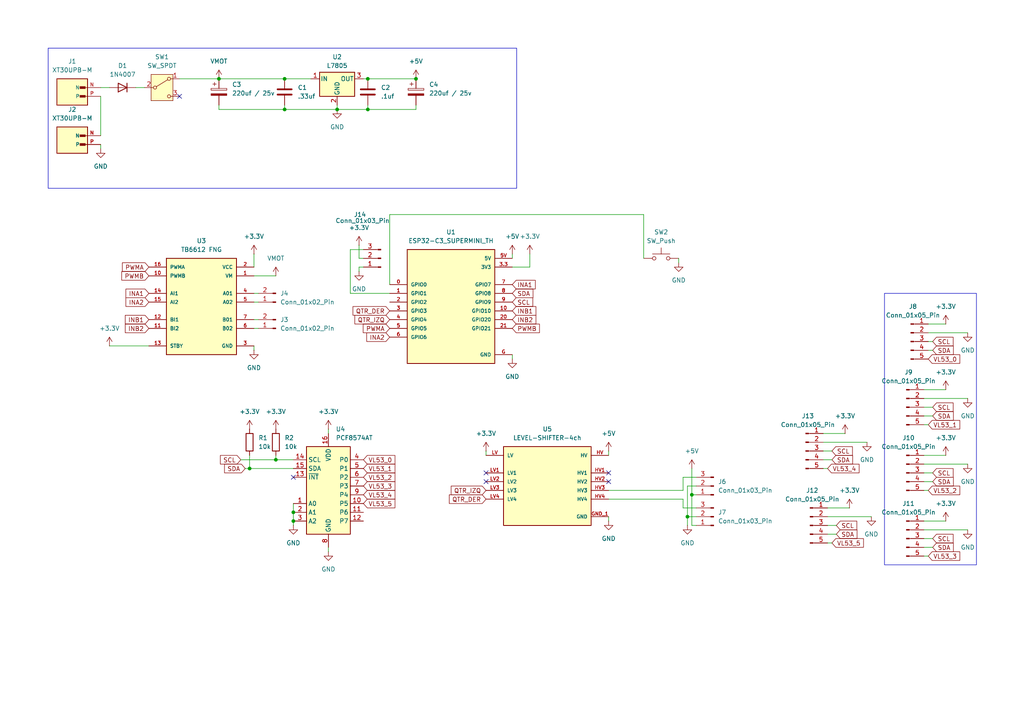
<source format=kicad_sch>
(kicad_sch (version 20250114) (generator "eeschema") (generator_version "9.0")
  (paper "A4")
  (lib_symbols
    (symbol "BOB-12009:BOB-12009" (pin_names (offset 1.016))
      (property "Reference" "U" (at -12.7 11.43 0))
      (property "Value" "BOB-12009" (at -12.7 -15.24 0))
      (symbol "BOB-12009_0_0"
        (rectangle (start -12.7 -12.7) (end 12.7 10.16) (stroke (width 0.254)) (fill (type background)))
        (pin bidirectional line (at -17.78 7.62 0) (length 5.08) (name "LV") (number "LV"))
        (pin bidirectional line (at -17.78 2.54 0) (length 5.08) (name "LV1") (number "LV1"))
        (pin bidirectional line (at -17.78 0 0) (length 5.08) (name "LV2") (number "LV2"))
        (pin bidirectional line (at -17.78 -2.54 0) (length 5.08) (name "LV3") (number "LV3"))
        (pin bidirectional line (at -17.78 -5.08 0) (length 5.08) (name "LV4") (number "LV4"))
        (pin bidirectional line (at 17.78 7.62 180) (length 5.08) (name "HV") (number "HV"))
        (pin bidirectional line (at 17.78 2.54 180) (length 5.08) (name "HV1") (number "HV1"))
        (pin bidirectional line (at 17.78 0 180) (length 5.08) (name "HV2") (number "HV2"))
        (pin bidirectional line (at 17.78 -2.54 180) (length 5.08) (name "HV3") (number "HV3"))
        (pin bidirectional line (at 17.78 -5.08 180) (length 5.08) (name "HV4") (number "HV4"))
        (pin power_in line (at 17.78 -10.16 180) (length 5.08) (name "GND") (number "GND_1"))
        (pin power_in line (at 17.78 -10.16 180) (length 5.08) (hide yes) (name "GND") (number "GND_2"))
      )
    )
    (symbol "Connector:Conn_01x02_Pin" (pin_names (offset 1.016) (hide yes))
      (property "Reference" "J" (at 0 2.54 0))
      (property "Value" "Conn_01x02_Pin" (at 0 -5.08 0))
      (symbol "Conn_01x02_Pin_1_1"
        (rectangle (start 0.8636 0.127) (end 0 -0.127) (stroke (width 0.1524)) (fill (type outline)))
        (rectangle (start 0.8636 -2.413) (end 0 -2.667) (stroke (width 0.1524)) (fill (type outline)))
        (polyline (pts (xy 1.27 0) (xy 0.8636 0)) (stroke (width 0.1524)))
        (polyline (pts (xy 1.27 -2.54) (xy 0.8636 -2.54)) (stroke (width 0.1524)))
        (pin passive line (at 5.08 0 180) (length 3.81) (name "Pin_1") (number "1"))
        (pin passive line (at 5.08 -2.54 180) (length 3.81) (name "Pin_2") (number "2"))
      )
    )
    (symbol "Connector:Conn_01x03_Pin" (pin_names (offset 1.016) (hide yes))
      (property "Reference" "J" (at 0 5.08 0))
      (property "Value" "Conn_01x03_Pin" (at 0 -5.08 0))
      (symbol "Conn_01x03_Pin_1_1"
        (rectangle (start 0.8636 2.667) (end 0 2.413) (stroke (width 0.1524)) (fill (type outline)))
        (rectangle (start 0.8636 0.127) (end 0 -0.127) (stroke (width 0.1524)) (fill (type outline)))
        (rectangle (start 0.8636 -2.413) (end 0 -2.667) (stroke (width 0.1524)) (fill (type outline)))
        (polyline (pts (xy 1.27 2.54) (xy 0.8636 2.54)) (stroke (width 0.1524)))
        (polyline (pts (xy 1.27 0) (xy 0.8636 0)) (stroke (width 0.1524)))
        (polyline (pts (xy 1.27 -2.54) (xy 0.8636 -2.54)) (stroke (width 0.1524)))
        (pin passive line (at 5.08 2.54 180) (length 3.81) (name "Pin_1") (number "1"))
        (pin passive line (at 5.08 0 180) (length 3.81) (name "Pin_2") (number "2"))
        (pin passive line (at 5.08 -2.54 180) (length 3.81) (name "Pin_3") (number "3"))
      )
    )
    (symbol "Connector:Conn_01x05_Pin" (pin_names (offset 1.016) (hide yes))
      (property "Reference" "J" (at 0 7.62 0))
      (property "Value" "Conn_01x05_Pin" (at 0 -7.62 0))
      (symbol "Conn_01x05_Pin_1_1"
        (rectangle (start 0.8636 5.207) (end 0 4.953) (stroke (width 0.1524)) (fill (type outline)))
        (rectangle (start 0.8636 2.667) (end 0 2.413) (stroke (width 0.1524)) (fill (type outline)))
        (rectangle (start 0.8636 0.127) (end 0 -0.127) (stroke (width 0.1524)) (fill (type outline)))
        (rectangle (start 0.8636 -2.413) (end 0 -2.667) (stroke (width 0.1524)) (fill (type outline)))
        (rectangle (start 0.8636 -4.953) (end 0 -5.207) (stroke (width 0.1524)) (fill (type outline)))
        (polyline (pts (xy 1.27 5.08) (xy 0.8636 5.08)) (stroke (width 0.1524)))
        (polyline (pts (xy 1.27 2.54) (xy 0.8636 2.54)) (stroke (width 0.1524)))
        (polyline (pts (xy 1.27 0) (xy 0.8636 0)) (stroke (width 0.1524)))
        (polyline (pts (xy 1.27 -2.54) (xy 0.8636 -2.54)) (stroke (width 0.1524)))
        (polyline (pts (xy 1.27 -5.08) (xy 0.8636 -5.08)) (stroke (width 0.1524)))
        (pin passive line (at 5.08 5.08 180) (length 3.81) (name "Pin_1") (number "1"))
        (pin passive line (at 5.08 2.54 180) (length 3.81) (name "Pin_2") (number "2"))
        (pin passive line (at 5.08 0 180) (length 3.81) (name "Pin_3") (number "3"))
        (pin passive line (at 5.08 -2.54 180) (length 3.81) (name "Pin_4") (number "4"))
        (pin passive line (at 5.08 -5.08 180) (length 3.81) (name "Pin_5") (number "5"))
      )
    )
    (symbol "Device:C" (pin_numbers (hide yes)) (pin_names (offset 0.254))
      (property "Reference" "C" (at 0.635 2.54 0))
      (property "Value" "C" (at 0.635 -2.54 0))
      (symbol "C_0_1"
        (polyline (pts (xy -2.032 0.762) (xy 2.032 0.762)) (stroke (width 0.508)))
        (polyline (pts (xy -2.032 -0.762) (xy 2.032 -0.762)) (stroke (width 0.508)))
      )
      (symbol "C_1_1"
        (pin passive line (at 0 3.81 270) (length 2.794) (name "~") (number "1"))
        (pin passive line (at 0 -3.81 90) (length 2.794) (name "~") (number "2"))
      )
    )
    (symbol "Device:C_Polarized" (pin_numbers (hide yes)) (pin_names (offset 0.254))
      (property "Reference" "C" (at 0.635 2.54 0))
      (property "Value" "C_Polarized" (at 0.635 -2.54 0))
      (symbol "C_Polarized_0_1"
        (rectangle (start -2.286 0.508) (end 2.286 1.016))
        (polyline (pts (xy -1.778 2.286) (xy -0.762 2.286)))
        (polyline (pts (xy -1.27 2.794) (xy -1.27 1.778)))
        (rectangle (start 2.286 -0.508) (end -2.286 -1.016) (fill (type outline)))
      )
      (symbol "C_Polarized_1_1"
        (pin passive line (at 0 3.81 270) (length 2.794) (name "~") (number "1"))
        (pin passive line (at 0 -3.81 90) (length 2.794) (name "~") (number "2"))
      )
    )
    (symbol "Device:R" (pin_numbers (hide yes)) (pin_names (offset 0))
      (property "Reference" "R" (at 2.032 0 90))
      (property "Value" "R" (at 0 0 90))
      (symbol "R_0_1"
        (rectangle (start -1.016 -2.54) (end 1.016 2.54) (stroke (width 0.254)))
      )
      (symbol "R_1_1"
        (pin passive line (at 0 3.81 270) (length 1.27) (name "~") (number "1"))
        (pin passive line (at 0 -3.81 90) (length 1.27) (name "~") (number "2"))
      )
    )
    (symbol "Diode:1N4007" (pin_numbers (hide yes)) (pin_names (hide yes))
      (property "Reference" "D" (at 0 2.54 0))
      (property "Value" "1N4007" (at 0 -2.54 0))
      (symbol "1N4007_0_1"
        (polyline (pts (xy -1.27 1.27) (xy -1.27 -1.27)) (stroke (width 0.254)))
        (polyline (pts (xy 1.27 1.27) (xy 1.27 -1.27) (xy -1.27 0) (xy 1.27 1.27)) (stroke (width 0.254)))
        (polyline (pts (xy 1.27 0) (xy -1.27 0)))
      )
      (symbol "1N4007_1_1"
        (pin passive line (at -3.81 0 0) (length 2.54) (name "K") (number "1"))
        (pin passive line (at 3.81 0 180) (length 2.54) (name "A") (number "2"))
      )
    )
    (symbol "ESP32-C3_SUPERMINI_TH:ESP32-C3_SUPERMINI_TH" (pin_names (offset 1.016))
      (property "Reference" "U" (at -12.7 16.002 0))
      (property "Value" "ESP32-C3_SUPERMINI_TH" (at -12.7 -20.32 0))
      (symbol "ESP32-C3_SUPERMINI_TH_0_0"
        (rectangle (start -12.7 -17.78) (end 12.7 15.24) (stroke (width 0.254)) (fill (type background)))
        (pin bidirectional line (at -17.78 5.08 0) (length 5.08) (name "GPIO0") (number "0"))
        (pin bidirectional line (at -17.78 2.54 0) (length 5.08) (name "GPIO1") (number "1"))
        (pin bidirectional line (at -17.78 0 0) (length 5.08) (name "GPIO2") (number "2"))
        (pin bidirectional line (at -17.78 -2.54 0) (length 5.08) (name "GPIO3") (number "3"))
        (pin bidirectional line (at -17.78 -5.08 0) (length 5.08) (name "GPIO4") (number "4"))
        (pin bidirectional line (at -17.78 -7.62 0) (length 5.08) (name "GPIO5") (number "5"))
        (pin bidirectional line (at -17.78 -10.16 0) (length 5.08) (name "GPIO6") (number "6"))
        (pin power_in line (at 17.78 12.7 180) (length 5.08) (name "5V") (number "5V"))
        (pin power_in line (at 17.78 10.16 180) (length 5.08) (name "3V3") (number "3.3"))
        (pin bidirectional line (at 17.78 5.08 180) (length 5.08) (name "GPIO7") (number "7"))
        (pin bidirectional line (at 17.78 2.54 180) (length 5.08) (name "GPIO8") (number "8"))
        (pin bidirectional line (at 17.78 0 180) (length 5.08) (name "GPIO9") (number "9"))
        (pin bidirectional line (at 17.78 -2.54 180) (length 5.08) (name "GPIO10") (number "10"))
        (pin bidirectional line (at 17.78 -5.08 180) (length 5.08) (name "GPIO20") (number "20"))
        (pin bidirectional line (at 17.78 -7.62 180) (length 5.08) (name "GPIO21") (number "21"))
        (pin power_in line (at 17.78 -15.24 180) (length 5.08) (name "GND") (number "G"))
      )
    )
    (symbol "Interface_Expansion:PCF8574AT"
      (property "Reference" "U" (at -6.35 12.954 0))
      (property "Value" "PCF8574AT" (at 3.048 12.954 0))
      (symbol "PCF8574AT_0_1"
        (rectangle (start -6.35 -13.97) (end 6.35 11.43) (stroke (width 0.254)) (fill (type background)))
      )
      (symbol "PCF8574AT_1_1"
        (pin input line (at -10.16 7.62 0) (length 3.81) (name "SCL") (number "14"))
        (pin bidirectional line (at -10.16 5.08 0) (length 3.81) (name "SDA") (number "15"))
        (pin open_collector line (at -10.16 2.54 0) (length 3.81) (name "~{INT}") (number "13"))
        (pin input line (at -10.16 -5.08 0) (length 3.81) (name "A0") (number "1"))
        (pin input line (at -10.16 -7.62 0) (length 3.81) (name "A1") (number "2"))
        (pin input line (at -10.16 -10.16 0) (length 3.81) (name "A2") (number "3"))
        (pin power_in line (at 0 15.24 270) (length 3.81) (name "VDD") (number "16"))
        (pin power_in line (at 0 -17.78 90) (length 3.81) (name "GND") (number "8"))
        (pin bidirectional line (at 10.16 7.62 180) (length 3.81) (name "P0") (number "4"))
        (pin bidirectional line (at 10.16 5.08 180) (length 3.81) (name "P1") (number "5"))
        (pin bidirectional line (at 10.16 2.54 180) (length 3.81) (name "P2") (number "6"))
        (pin bidirectional line (at 10.16 0 180) (length 3.81) (name "P3") (number "7"))
        (pin bidirectional line (at 10.16 -2.54 180) (length 3.81) (name "P4") (number "9"))
        (pin bidirectional line (at 10.16 -5.08 180) (length 3.81) (name "P5") (number "10"))
        (pin bidirectional line (at 10.16 -7.62 180) (length 3.81) (name "P6") (number "11"))
        (pin bidirectional line (at 10.16 -10.16 180) (length 3.81) (name "P7") (number "12"))
      )
    )
    (symbol "ROB-14450:ROB-14450" (pin_names (offset 1.016))
      (property "Reference" "U" (at -10.16 16.002 0))
      (property "Value" "ROB-14450" (at -10.16 -15.24 0))
      (symbol "ROB-14450_0_0"
        (rectangle (start -10.16 -12.7) (end 10.16 15.24) (stroke (width 0.254)) (fill (type background)))
        (pin input line (at -15.24 12.7 0) (length 5.08) (name "PWMA") (number "16"))
        (pin input line (at -15.24 10.16 0) (length 5.08) (name "PWMB") (number "10"))
        (pin input line (at -15.24 5.08 0) (length 5.08) (name "AI1") (number "14"))
        (pin input line (at -15.24 2.54 0) (length 5.08) (name "AI2") (number "15"))
        (pin input line (at -15.24 -2.54 0) (length 5.08) (name "BI1") (number "12"))
        (pin input line (at -15.24 -5.08 0) (length 5.08) (name "BI2") (number "11"))
        (pin input line (at -15.24 -10.16 0) (length 5.08) (name "STBY") (number "13"))
        (pin power_in line (at 15.24 12.7 180) (length 5.08) (name "VCC") (number "2"))
        (pin power_in line (at 15.24 10.16 180) (length 5.08) (name "VM") (number "1"))
        (pin output line (at 15.24 5.08 180) (length 5.08) (name "A01") (number "4"))
        (pin output line (at 15.24 2.54 180) (length 5.08) (name "A02") (number "5"))
        (pin output line (at 15.24 -2.54 180) (length 5.08) (name "B01") (number "7"))
        (pin output line (at 15.24 -5.08 180) (length 5.08) (name "B02") (number "6"))
        (pin power_in line (at 15.24 -10.16 180) (length 5.08) (name "GND") (number "3"))
        (pin power_in line (at 15.24 -10.16 180) (length 5.08) (hide yes) (name "GND") (number "8"))
        (pin power_in line (at 15.24 -10.16 180) (length 5.08) (hide yes) (name "GND") (number "9"))
      )
    )
    (symbol "Regulator_Linear:L7805" (pin_names (offset 0.254))
      (property "Reference" "U" (at -3.81 3.175 0))
      (property "Value" "L7805" (at 0 3.175 0))
      (symbol "L7805_0_1"
        (rectangle (start -5.08 1.905) (end 5.08 -5.08) (stroke (width 0.254)) (fill (type background)))
      )
      (symbol "L7805_1_1"
        (pin power_in line (at -7.62 0 0) (length 2.54) (name "IN") (number "1"))
        (pin power_in line (at 0 -7.62 90) (length 2.54) (name "GND") (number "2"))
        (pin power_out line (at 7.62 0 180) (length 2.54) (name "OUT") (number "3"))
      )
    )
    (symbol "Switch:SW_Push" (pin_numbers (hide yes)) (pin_names (offset 1.016) (hide yes))
      (property "Reference" "SW" (at 1.27 2.54 0))
      (property "Value" "SW_Push" (at 0 -1.524 0))
      (symbol "SW_Push_0_1"
        (circle (center -2.032 0) (radius 0.508))
        (polyline (pts (xy 0 1.27) (xy 0 3.048)))
        (circle (center 2.032 0) (radius 0.508))
        (polyline (pts (xy 2.54 1.27) (xy -2.54 1.27)))
        (pin passive line (at -5.08 0 0) (length 2.54) (name "1") (number "1"))
        (pin passive line (at 5.08 0 180) (length 2.54) (name "2") (number "2"))
      )
    )
    (symbol "Switch:SW_SPDT" (pin_names (offset 0) (hide yes))
      (property "Reference" "SW" (at 0 5.08 0))
      (property "Value" "SW_SPDT" (at 0 -5.08 0))
      (symbol "SW_SPDT_0_1"
        (circle (center -2.032 0) (radius 0.4572))
        (polyline (pts (xy -1.651 0.254) (xy 1.651 2.286)))
        (circle (center 2.032 2.54) (radius 0.4572))
        (circle (center 2.032 -2.54) (radius 0.4572))
      )
      (symbol "SW_SPDT_1_1"
        (rectangle (start -3.175 3.81) (end 3.175 -3.81) (fill (type background)))
        (pin passive line (at -5.08 0 0) (length 2.54) (name "B") (number "2"))
        (pin passive line (at 5.08 2.54 180) (length 2.54) (name "A") (number "1"))
        (pin passive line (at 5.08 -2.54 180) (length 2.54) (name "C") (number "3"))
      )
    )
    (symbol "XT30UPB-M:XT30UPB-M" (pin_names (offset 1.016))
      (property "Reference" "J" (at -3.81 3.81 0))
      (property "Value" "XT30UPB-M" (at -4.064 -7.874 0))
      (symbol "XT30UPB-M_0_0"
        (rectangle (start -3.81 -5.08) (end 5.08 2.54) (stroke (width 0.254)) (fill (type background)))
        (rectangle (start -3.175 -0.3175) (end -1.5875 0.3175) (stroke (width 0.1)) (fill (type outline)))
        (rectangle (start -3.175 -2.8575) (end -1.5875 -2.2225) (stroke (width 0.1)) (fill (type outline)))
        (pin passive line (at -7.62 0 0) (length 5.08) (name "P") (number "P"))
        (pin passive line (at -7.62 -2.54 0) (length 5.08) (name "N") (number "N"))
      )
    )
    (symbol "power:+3.3V" (power) (pin_numbers (hide yes)) (pin_names (offset 0) (hide yes))
      (property "Value" "+3.3V" (at 0 3.556 0))
      (symbol "+3.3V_0_1"
        (polyline (pts (xy -0.762 1.27) (xy 0 2.54)))
        (polyline (pts (xy 0 2.54) (xy 0.762 1.27)))
        (polyline (pts (xy 0 0) (xy 0 2.54)))
      )
      (symbol "+3.3V_1_1"
        (pin power_in line (at 0 0 90) (length 0) (name "~") (number "1"))
      )
    )
    (symbol "power:+5V" (power) (pin_numbers (hide yes)) (pin_names (offset 0) (hide yes))
      (property "Value" "+5V" (at 0 3.556 0))
      (symbol "+5V_0_1"
        (polyline (pts (xy -0.762 1.27) (xy 0 2.54)))
        (polyline (pts (xy 0 2.54) (xy 0.762 1.27)))
        (polyline (pts (xy 0 0) (xy 0 2.54)))
      )
      (symbol "+5V_1_1"
        (pin power_in line (at 0 0 90) (length 0) (name "~") (number "1"))
      )
    )
    (symbol "power:GND" (power) (pin_numbers (hide yes)) (pin_names (offset 0) (hide yes))
      (property "Value" "GND" (at 0 -3.81 0))
      (symbol "GND_0_1"
        (polyline (pts (xy 0 0) (xy 0 -1.27) (xy 1.27 -1.27) (xy 0 -2.54) (xy -1.27 -1.27) (xy 0 -1.27)))
      )
      (symbol "GND_1_1"
        (pin power_in line (at 0 0 270) (length 0) (name "~") (number "1"))
      )
    )
    (symbol "power:VCC" (power) (pin_numbers (hide yes)) (pin_names (offset 0) (hide yes))
      (property "Value" "VCC" (at 0 3.556 0))
      (symbol "VCC_0_1"
        (polyline (pts (xy -0.762 1.27) (xy 0 2.54)))
        (polyline (pts (xy 0 2.54) (xy 0.762 1.27)))
        (polyline (pts (xy 0 0) (xy 0 2.54)))
      )
      (symbol "VCC_1_1"
        (pin power_in line (at 0 0 90) (length 0) (name "~") (number "1"))
      )
    )
  )
  (rectangle (start 256.54 85.09) (end 283.21 163.83))
  (rectangle (start 13.97 13.97) (end 149.86 54.61))
  (junction (at 63.5 22.86))
  (junction (at 106.68 31.75))
  (junction (at 72.39 135.89))
  (junction (at 85.09 148.59))
  (junction (at 120.65 22.86))
  (junction (at 97.79 31.75))
  (junction (at 106.68 22.86))
  (junction (at 85.09 151.13))
  (junction (at 80.01 133.35))
  (junction (at 82.55 31.75))
  (junction (at 82.55 22.86))
  (junction (at 200.66 143.51))
  (junction (at 199.39 149.86))
  (no_connect (at 176.53 139.7))
  (no_connect (at 52.07 27.94))
  (no_connect (at 140.97 137.16))
  (no_connect (at 85.09 138.43))
  (no_connect (at 140.97 139.7))
  (no_connect (at 176.53 137.16))
  (wire (pts (xy 200.66 152.4) (xy 201.93 152.4)))
  (wire (pts (xy 63.5 22.86) (xy 82.55 22.86)))
  (wire (pts (xy 270.51 158.75) (xy 267.97 158.75)))
  (wire (pts (xy 85.09 152.4) (xy 85.09 151.13)))
  (wire (pts (xy 90.17 22.86) (xy 82.55 22.86)))
  (wire (pts (xy 242.57 154.94) (xy 240.03 154.94)))
  (wire (pts (xy 101.6 85.09) (xy 113.03 85.09)))
  (wire (pts (xy 52.07 22.86) (xy 63.5 22.86)))
  (wire (pts (xy 176.53 130.81) (xy 176.53 132.08)))
  (wire (pts (xy 74.93 85.09) (xy 73.66 85.09)))
  (wire (pts (xy 270.51 120.65) (xy 267.97 120.65)))
  (wire (pts (xy 200.66 143.51) (xy 201.93 143.51)))
  (wire (pts (xy 274.32 113.03) (xy 267.97 113.03)))
  (wire (pts (xy 153.67 77.47) (xy 148.59 77.47)))
  (wire (pts (xy 270.51 137.16) (xy 267.97 137.16)))
  (wire (pts (xy 95.25 160.02) (xy 95.25 158.75)))
  (wire (pts (xy 200.66 135.89) (xy 200.66 143.51)))
  (wire (pts (xy 85.09 146.05) (xy 85.09 148.59)))
  (wire (pts (xy 280.67 115.57) (xy 267.97 115.57)))
  (wire (pts (xy 270.51 139.7) (xy 267.97 139.7)))
  (wire (pts (xy 198.12 147.32) (xy 198.12 144.78)))
  (wire (pts (xy 238.76 135.89) (xy 240.03 135.89)))
  (wire (pts (xy 274.32 132.08) (xy 267.97 132.08)))
  (wire (pts (xy 280.67 96.52) (xy 269.24 96.52)))
  (wire (pts (xy 73.66 101.6) (xy 73.66 100.33)))
  (wire (pts (xy 113.03 82.55) (xy 113.03 62.23)))
  (wire (pts (xy 201.93 147.32) (xy 198.12 147.32)))
  (wire (pts (xy 101.6 72.39) (xy 101.6 85.09)))
  (wire (pts (xy 106.68 31.75) (xy 106.68 30.48)))
  (wire (pts (xy 69.85 133.35) (xy 80.01 133.35)))
  (wire (pts (xy 80.01 80.01) (xy 73.66 80.01)))
  (wire (pts (xy 104.14 77.47) (xy 105.41 77.47)))
  (wire (pts (xy 82.55 31.75) (xy 97.79 31.75)))
  (wire (pts (xy 270.51 99.06) (xy 269.24 99.06)))
  (wire (pts (xy 85.09 148.59) (xy 85.09 151.13)))
  (wire (pts (xy 148.59 74.93) (xy 148.59 73.66)))
  (wire (pts (xy 252.73 149.86) (xy 240.03 149.86)))
  (wire (pts (xy 241.3 130.81) (xy 238.76 130.81)))
  (wire (pts (xy 140.97 130.81) (xy 140.97 132.08)))
  (wire (pts (xy 97.79 31.75) (xy 97.79 30.48)))
  (wire (pts (xy 176.53 151.13) (xy 176.53 149.86)))
  (wire (pts (xy 104.14 71.12) (xy 104.14 74.93)))
  (wire (pts (xy 267.97 142.24) (xy 269.24 142.24)))
  (wire (pts (xy 274.32 151.13) (xy 267.97 151.13)))
  (wire (pts (xy 74.93 95.25) (xy 73.66 95.25)))
  (wire (pts (xy 31.75 100.33) (xy 43.18 100.33)))
  (wire (pts (xy 113.03 62.23) (xy 186.69 62.23)))
  (wire (pts (xy 63.5 31.75) (xy 82.55 31.75)))
  (wire (pts (xy 120.65 22.86) (xy 106.68 22.86)))
  (wire (pts (xy 199.39 140.97) (xy 201.93 140.97)))
  (wire (pts (xy 176.53 142.24) (xy 198.12 142.24)))
  (wire (pts (xy 280.67 153.67) (xy 267.97 153.67)))
  (wire (pts (xy 267.97 123.19) (xy 269.24 123.19)))
  (wire (pts (xy 72.39 135.89) (xy 72.39 132.08)))
  (wire (pts (xy 242.57 152.4) (xy 240.03 152.4)))
  (wire (pts (xy 148.59 102.87) (xy 148.59 104.14)))
  (wire (pts (xy 186.69 62.23) (xy 186.69 74.93)))
  (wire (pts (xy 74.93 87.63) (xy 73.66 87.63)))
  (wire (pts (xy 270.51 156.21) (xy 267.97 156.21)))
  (wire (pts (xy 29.21 27.94) (xy 29.21 39.37)))
  (wire (pts (xy 80.01 132.08) (xy 80.01 133.35)))
  (wire (pts (xy 270.51 101.6) (xy 269.24 101.6)))
  (wire (pts (xy 240.03 157.48) (xy 241.3 157.48)))
  (wire (pts (xy 95.25 124.46) (xy 95.25 125.73)))
  (wire (pts (xy 74.93 92.71) (xy 73.66 92.71)))
  (wire (pts (xy 246.38 147.32) (xy 240.03 147.32)))
  (wire (pts (xy 104.14 77.47) (xy 104.14 78.74)))
  (wire (pts (xy 106.68 22.86) (xy 105.41 22.86)))
  (wire (pts (xy 153.67 73.66) (xy 153.67 77.47)))
  (wire (pts (xy 199.39 149.86) (xy 199.39 140.97)))
  (wire (pts (xy 97.79 31.75) (xy 106.68 31.75)))
  (wire (pts (xy 199.39 152.4) (xy 199.39 149.86)))
  (wire (pts (xy 251.46 128.27) (xy 238.76 128.27)))
  (wire (pts (xy 245.11 125.73) (xy 238.76 125.73)))
  (wire (pts (xy 71.12 135.89) (xy 72.39 135.89)))
  (wire (pts (xy 270.51 118.11) (xy 267.97 118.11)))
  (wire (pts (xy 73.66 73.66) (xy 73.66 77.47)))
  (wire (pts (xy 280.67 134.62) (xy 267.97 134.62)))
  (wire (pts (xy 29.21 41.91) (xy 29.21 43.18)))
  (wire (pts (xy 120.65 31.75) (xy 120.65 30.48)))
  (wire (pts (xy 105.41 72.39) (xy 101.6 72.39)))
  (wire (pts (xy 267.97 161.29) (xy 269.24 161.29)))
  (wire (pts (xy 63.5 30.48) (xy 63.5 31.75)))
  (wire (pts (xy 199.39 149.86) (xy 201.93 149.86)))
  (wire (pts (xy 72.39 135.89) (xy 85.09 135.89)))
  (wire (pts (xy 106.68 31.75) (xy 120.65 31.75)))
  (wire (pts (xy 274.32 93.98) (xy 269.24 93.98)))
  (wire (pts (xy 200.66 143.51) (xy 200.66 152.4)))
  (wire (pts (xy 41.91 25.4) (xy 39.37 25.4)))
  (wire (pts (xy 198.12 142.24) (xy 198.12 138.43)))
  (wire (pts (xy 82.55 31.75) (xy 82.55 30.48)))
  (wire (pts (xy 241.3 133.35) (xy 238.76 133.35)))
  (wire (pts (xy 104.14 74.93) (xy 105.41 74.93)))
  (wire (pts (xy 196.85 76.2) (xy 196.85 74.93)))
  (wire (pts (xy 29.21 25.4) (xy 31.75 25.4)))
  (wire (pts (xy 80.01 133.35) (xy 85.09 133.35)))
  (wire (pts (xy 198.12 144.78) (xy 176.53 144.78)))
  (wire (pts (xy 198.12 138.43) (xy 201.93 138.43)))
  (global_label "SDA" (shape input) (at 270.51 139.7 0) (property "Intersheetrefs" "${INTERSHEET_REFS}" (effects (hide yes))))
  (global_label "SCL" (shape input) (at 69.85 133.35 180) (property "Intersheetrefs" "${INTERSHEET_REFS}" (effects (hide yes))))
  (global_label "INA1" (shape input) (at 43.18 85.09 180) (property "Intersheetrefs" "${INTERSHEET_REFS}" (effects (hide yes))))
  (global_label "VL53_4" (shape input) (at 240.03 135.89 0) (property "Intersheetrefs" "${INTERSHEET_REFS}" (effects (hide yes))))
  (global_label "PWMA" (shape input) (at 43.18 77.47 180) (property "Intersheetrefs" "${INTERSHEET_REFS}" (effects (hide yes))))
  (global_label "VL53_3" (shape input) (at 105.41 140.97 0) (property "Intersheetrefs" "${INTERSHEET_REFS}" (effects (hide yes))))
  (global_label "QTR_DER" (shape input) (at 113.03 90.17 180) (property "Intersheetrefs" "${INTERSHEET_REFS}" (effects (hide yes))))
  (global_label "SDA" (shape input) (at 270.51 158.75 0) (property "Intersheetrefs" "${INTERSHEET_REFS}" (effects (hide yes))))
  (global_label "VL53_5" (shape input) (at 241.3 157.48 0) (property "Intersheetrefs" "${INTERSHEET_REFS}" (effects (hide yes))))
  (global_label "QTR_IZQ" (shape input) (at 113.03 92.71 180) (property "Intersheetrefs" "${INTERSHEET_REFS}" (effects (hide yes))))
  (global_label "SDA" (shape input) (at 270.51 101.6 0) (property "Intersheetrefs" "${INTERSHEET_REFS}" (effects (hide yes))))
  (global_label "VL53_5" (shape input) (at 105.41 146.05 0) (property "Intersheetrefs" "${INTERSHEET_REFS}" (effects (hide yes))))
  (global_label "PWMA" (shape input) (at 113.03 95.25 180) (property "Intersheetrefs" "${INTERSHEET_REFS}" (effects (hide yes))))
  (global_label "INB2" (shape input) (at 148.59 92.71 0) (property "Intersheetrefs" "${INTERSHEET_REFS}" (effects (hide yes))))
  (global_label "INA2" (shape input) (at 43.18 87.63 180) (property "Intersheetrefs" "${INTERSHEET_REFS}" (effects (hide yes))))
  (global_label "PWMB" (shape input) (at 148.59 95.25 0) (property "Intersheetrefs" "${INTERSHEET_REFS}" (effects (hide yes))))
  (global_label "SDA" (shape input) (at 71.12 135.89 180) (property "Intersheetrefs" "${INTERSHEET_REFS}" (effects (hide yes))))
  (global_label "SCL" (shape input) (at 270.51 137.16 0) (property "Intersheetrefs" "${INTERSHEET_REFS}" (effects (hide yes))))
  (global_label "SDA" (shape input) (at 242.57 154.94 0) (property "Intersheetrefs" "${INTERSHEET_REFS}" (effects (hide yes))))
  (global_label "PWMB" (shape input) (at 43.18 80.01 180) (property "Intersheetrefs" "${INTERSHEET_REFS}" (effects (hide yes))))
  (global_label "INB2" (shape input) (at 43.18 95.25 180) (property "Intersheetrefs" "${INTERSHEET_REFS}" (effects (hide yes))))
  (global_label "VL53_0" (shape input) (at 105.41 133.35 0) (property "Intersheetrefs" "${INTERSHEET_REFS}" (effects (hide yes))))
  (global_label "VL53_4" (shape input) (at 105.41 143.51 0) (property "Intersheetrefs" "${INTERSHEET_REFS}" (effects (hide yes))))
  (global_label "SDA" (shape input) (at 148.59 85.09 0) (property "Intersheetrefs" "${INTERSHEET_REFS}" (effects (hide yes))))
  (global_label "INA2" (shape input) (at 113.03 97.79 180) (property "Intersheetrefs" "${INTERSHEET_REFS}" (effects (hide yes))))
  (global_label "VL53_1" (shape input) (at 105.41 135.89 0) (property "Intersheetrefs" "${INTERSHEET_REFS}" (effects (hide yes))))
  (global_label "QTR_DER" (shape input) (at 140.97 144.78 180) (property "Intersheetrefs" "${INTERSHEET_REFS}" (effects (hide yes))))
  (global_label "SCL" (shape input) (at 270.51 118.11 0) (property "Intersheetrefs" "${INTERSHEET_REFS}" (effects (hide yes))))
  (global_label "SCL" (shape input) (at 242.57 152.4 0) (property "Intersheetrefs" "${INTERSHEET_REFS}" (effects (hide yes))))
  (global_label "SCL" (shape input) (at 241.3 130.81 0) (property "Intersheetrefs" "${INTERSHEET_REFS}" (effects (hide yes))))
  (global_label "INB1" (shape input) (at 148.59 90.17 0) (property "Intersheetrefs" "${INTERSHEET_REFS}" (effects (hide yes))))
  (global_label "INB1" (shape input) (at 43.18 92.71 180) (property "Intersheetrefs" "${INTERSHEET_REFS}" (effects (hide yes))))
  (global_label "SDA" (shape input) (at 241.3 133.35 0) (property "Intersheetrefs" "${INTERSHEET_REFS}" (effects (hide yes))))
  (global_label "VL53_2" (shape input) (at 105.41 138.43 0) (property "Intersheetrefs" "${INTERSHEET_REFS}" (effects (hide yes))))
  (global_label "INA1" (shape input) (at 148.59 82.55 0) (property "Intersheetrefs" "${INTERSHEET_REFS}" (effects (hide yes))))
  (global_label "SCL" (shape input) (at 270.51 99.06 0) (property "Intersheetrefs" "${INTERSHEET_REFS}" (effects (hide yes))))
  (global_label "SCL" (shape input) (at 270.51 156.21 0) (property "Intersheetrefs" "${INTERSHEET_REFS}" (effects (hide yes))))
  (global_label "SDA" (shape input) (at 270.51 120.65 0) (property "Intersheetrefs" "${INTERSHEET_REFS}" (effects (hide yes))))
  (global_label "VL53_0" (shape input) (at 269.24 104.14 0) (property "Intersheetrefs" "${INTERSHEET_REFS}" (effects (hide yes))))
  (global_label "QTR_IZQ" (shape input) (at 140.97 142.24 180) (property "Intersheetrefs" "${INTERSHEET_REFS}" (effects (hide yes))))
  (global_label "VL53_2" (shape input) (at 269.24 142.24 0) (property "Intersheetrefs" "${INTERSHEET_REFS}" (effects (hide yes))))
  (global_label "VL53_1" (shape input) (at 269.24 123.19 0) (property "Intersheetrefs" "${INTERSHEET_REFS}" (effects (hide yes))))
  (global_label "VL53_3" (shape input) (at 269.24 161.29 0) (property "Intersheetrefs" "${INTERSHEET_REFS}" (effects (hide yes))))
  (global_label "SCL" (shape input) (at 148.59 87.63 0) (property "Intersheetrefs" "${INTERSHEET_REFS}" (effects (hide yes))))
  (symbol (lib_id "Regulator_Linear:L7805") (at 97.79 22.86 0) (unit 1)
    (property "Reference" "U2" (at 97.79 16.51 0))
    (property "Value" "L7805" (at 97.79 19.05 0))
    (property "Footprint" "Package_TO_SOT_THT:TO-220F-3_Horizontal_TabUp" (effects (hide yes)))
    (property "Datasheet" "http://www.st.com/content/ccc/resource/technical/document/datasheet/41/4f/b3/b0/12/d4/47/88/CD00000444.pdf/files/CD00000444.pdf/jcr:content/translations/en.CD00000444.pdf" (effects (hide yes)))
    (property "Description" "Positive 1.5A 35V Linear Regulator, Fixed Output 5V, TO-220/TO-263/TO-252" (effects (hide yes)))
  )
  (symbol (lib_id "power:GND") (at 104.14 78.74 0) (unit 1)
    (property "Reference" "#PWR035" (effects (hide yes)))
    (property "Value" "GND" (at 104.14 83.82 0))
    (property "Description" "Power symbol creates a global label with name \"GND\" , ground" (effects (hide yes)))
  )
  (symbol (lib_id "power:GND") (at 252.73 149.86 0) (unit 1)
    (property "Reference" "#PWR032" (effects (hide yes)))
    (property "Value" "GND" (at 252.73 154.94 0))
    (property "Description" "Power symbol creates a global label with name \"GND\" , ground" (effects (hide yes)))
  )
  (symbol (lib_id "power:+3.3V") (at 245.11 125.73 0) (unit 1)
    (property "Reference" "#PWR033" (effects (hide yes)))
    (property "Value" "+3.3V" (at 245.11 120.65 0))
    (property "Description" "Power symbol creates a global label with name \"+3.3V\"" (effects (hide yes)))
  )
  (symbol (lib_id "power:GND") (at 73.66 101.6 0) (unit 1)
    (property "Reference" "#PWR08" (effects (hide yes)))
    (property "Value" "GND" (at 73.66 106.68 0))
    (property "Description" "Power symbol creates a global label with name \"GND\" , ground" (effects (hide yes)))
  )
  (symbol (lib_id "power:+3.3V") (at 153.67 73.66 0) (unit 1)
    (property "Reference" "#PWR010" (effects (hide yes)))
    (property "Value" "+3.3V" (at 153.67 68.58 0))
    (property "Description" "Power symbol creates a global label with name \"+3.3V\"" (effects (hide yes)))
  )
  (symbol (lib_id "ROB-14450:ROB-14450") (at 58.42 90.17 0) (unit 1)
    (property "Reference" "U3" (at 58.42 69.85 0))
    (property "Value" "TB6612 FNG" (at 58.42 72.39 0))
    (property "Footprint" "ROB-14450:MODULE_ROB-14450" (effects (hide yes)))
    (property "MF" "SparkFun Electronics" (effects (hide yes)))
    (property "Description_1" "TB6612FNG - Motor Controller/Driver Power Management Evaluation Board" (effects (hide yes)))
    (property "Package" "None" (effects (hide yes)))
    (property "Price" "None" (effects (hide yes)))
    (property "Check_prices" "https://www.snapeda.com/parts/ROB-14450/SparkFun/view-part/?ref=eda" (effects (hide yes)))
    (property "STANDARD" "Manufacturer Recommendation" (effects (hide yes)))
    (property "PARTREV" "11-13-17" (effects (hide yes)))
    (property "SnapEDA_Link" "https://www.snapeda.com/parts/ROB-14450/SparkFun/view-part/?ref=snap" (effects (hide yes)))
    (property "MP" "ROB-14450" (effects (hide yes)))
    (property "Availability" "In Stock" (effects (hide yes)))
    (property "MANUFACTURER" "Sparkfun Electronics" (effects (hide yes)))
  )
  (symbol (lib_id "Device:R") (at 80.01 128.27 0) (unit 1)
    (property "Reference" "R2" (at 82.55 126.9999 0) (effects (justify left)))
    (property "Value" "10k" (at 82.55 129.5399 0) (effects (justify left)))
    (property "Footprint" "Resistor_SMD:R_0805_2012Metric_Pad1.20x1.40mm_HandSolder" (effects (hide yes)))
    (property "Description" "Resistor" (effects (hide yes)))
  )
  (symbol (lib_id "power:+3.3V") (at 140.97 130.81 0) (unit 1)
    (property "Reference" "#PWR018" (effects (hide yes)))
    (property "Value" "+3.3V" (at 140.97 125.73 0))
    (property "Description" "Power symbol creates a global label with name \"+3.3V\"" (effects (hide yes)))
  )
  (symbol (lib_id "Switch:SW_SPDT") (at 46.99 25.4 0) (unit 1)
    (property "Reference" "SW1" (at 46.99 16.51 0))
    (property "Value" "SW_SPDT" (at 46.99 19.05 0))
    (property "Footprint" "Button_Switch_THT:SW_Slide_SPDT_Straight_CK_OS102011MS2Q" (effects (hide yes)))
    (property "Description" "Switch, single pole double throw" (effects (hide yes)))
  )
  (symbol (lib_id "power:GND") (at 148.59 104.14 0) (unit 1)
    (property "Reference" "#PWR05" (effects (hide yes)))
    (property "Value" "GND" (at 148.59 109.22 0))
    (property "Description" "Power symbol creates a global label with name \"GND\" , ground" (effects (hide yes)))
  )
  (symbol (lib_id "power:+5V") (at 200.66 135.89 0) (unit 1)
    (property "Reference" "#PWR023" (effects (hide yes)))
    (property "Value" "+5V" (at 200.66 130.81 0))
    (property "Description" "Power symbol creates a global label with name \"+5V\"" (effects (hide yes)))
  )
  (symbol (lib_id "Connector:Conn_01x05_Pin") (at 262.89 156.21 0) (unit 1)
    (property "Reference" "J11" (at 263.525 146.05 0))
    (property "Value" "Conn_01x05_Pin" (at 263.525 148.59 0))
    (property "Footprint" "Connector_PinHeader_2.54mm:PinHeader_1x05_P2.54mm_Vertical" (effects (hide yes)))
    (property "Description" "Generic connector, single row, 01x05, script generated" (effects (hide yes)))
  )
  (symbol (lib_id "power:GND") (at 85.09 152.4 0) (unit 1)
    (property "Reference" "#PWR016" (effects (hide yes)))
    (property "Value" "GND" (at 85.09 157.48 0))
    (property "Description" "Power symbol creates a global label with name \"GND\" , ground" (effects (hide yes)))
  )
  (symbol (lib_id "power:+3.3V") (at 95.25 124.46 0) (unit 1)
    (property "Reference" "#PWR013" (effects (hide yes)))
    (property "Value" "+3.3V" (at 95.25 119.38 0))
    (property "Description" "Power symbol creates a global label with name \"+3.3V\"" (effects (hide yes)))
  )
  (symbol (lib_id "Connector:Conn_01x02_Pin") (at 80.01 87.63 180) (unit 1)
    (property "Reference" "J4" (at 81.28 85.0899 0) (effects (justify right)))
    (property "Value" "Conn_01x02_Pin" (at 81.28 87.6299 0) (effects (justify right)))
    (property "Footprint" "Connector_Molex:Molex_KK-254_AE-6410-02A_1x02_P2.54mm_Vertical" (effects (hide yes)))
    (property "Description" "Generic connector, single row, 01x02, script generated" (effects (hide yes)))
  )
  (symbol (lib_id "power:+5V") (at 148.59 73.66 0) (unit 1)
    (property "Reference" "#PWR04" (effects (hide yes)))
    (property "Value" "+5V" (at 148.59 68.58 0))
    (property "Description" "Power symbol creates a global label with name \"+5V\"" (effects (hide yes)))
  )
  (symbol (lib_id "power:GND") (at 280.67 153.67 0) (unit 1)
    (property "Reference" "#PWR030" (effects (hide yes)))
    (property "Value" "GND" (at 280.67 158.75 0))
    (property "Description" "Power symbol creates a global label with name \"GND\" , ground" (effects (hide yes)))
  )
  (symbol (lib_id "Connector:Conn_01x05_Pin") (at 262.89 118.11 0) (unit 1)
    (property "Reference" "J9" (at 263.525 107.95 0))
    (property "Value" "Conn_01x05_Pin" (at 263.525 110.49 0))
    (property "Footprint" "Connector_PinHeader_2.54mm:PinHeader_1x05_P2.54mm_Vertical" (effects (hide yes)))
    (property "Description" "Generic connector, single row, 01x05, script generated" (effects (hide yes)))
  )
  (symbol (lib_id "Connector:Conn_01x03_Pin") (at 110.49 74.93 180) (unit 1)
    (property "Reference" "J14" (at 102.616 62.23 0) (effects (justify right)))
    (property "Value" "Conn_01x03_Pin" (at 97.282 64.008 0) (effects (justify right)))
    (property "Footprint" "Connector_PinHeader_2.54mm:PinHeader_1x03_P2.54mm_Vertical" (effects (hide yes)))
    (property "Description" "Generic connector, single row, 01x03, script generated" (effects (hide yes)))
  )
  (symbol (lib_id "power:VCC") (at 80.01 80.01 0) (unit 1)
    (property "Reference" "#PWR07" (effects (hide yes)))
    (property "Value" "VMOT" (at 80.01 74.93 0))
    (property "Description" "Power symbol creates a global label with name \"VCC\"" (effects (hide yes)))
  )
  (symbol (lib_id "Diode:1N4007") (at 35.56 25.4 180) (unit 1)
    (property "Reference" "D1" (at 35.56 19.05 0))
    (property "Value" "1N4007" (at 35.56 21.59 0))
    (property "Footprint" "Diode_THT:D_DO-41_SOD81_P10.16mm_Horizontal" (effects (hide yes)))
    (property "Datasheet" "http://www.vishay.com/docs/88503/1n4001.pdf" (effects (hide yes)))
    (property "Description" "1000V 1A General Purpose Rectifier Diode, DO-41" (effects (hide yes)))
    (property "Sim.Device" "D" (effects (hide yes)))
    (property "Sim.Pins" "1=K 2=A" (effects (hide yes)))
  )
  (symbol (lib_id "power:GND") (at 280.67 115.57 0) (unit 1)
    (property "Reference" "#PWR026" (effects (hide yes)))
    (property "Value" "GND" (at 280.67 120.65 0))
    (property "Description" "Power symbol creates a global label with name \"GND\" , ground" (effects (hide yes)))
  )
  (symbol (lib_id "power:GND") (at 280.67 96.52 0) (unit 1)
    (property "Reference" "#PWR024" (effects (hide yes)))
    (property "Value" "GND" (at 280.67 101.6 0))
    (property "Description" "Power symbol creates a global label with name \"GND\" , ground" (effects (hide yes)))
  )
  (symbol (lib_id "power:+3.3V") (at 274.32 113.03 0) (unit 1)
    (property "Reference" "#PWR025" (effects (hide yes)))
    (property "Value" "+3.3V" (at 274.32 107.95 0))
    (property "Description" "Power symbol creates a global label with name \"+3.3V\"" (effects (hide yes)))
  )
  (symbol (lib_id "XT30UPB-M:XT30UPB-M") (at 21.59 27.94 180) (unit 1)
    (property "Reference" "J1" (at 20.955 17.78 0))
    (property "Value" "XT30UPB-M" (at 20.955 20.32 0))
    (property "Footprint" "XT30UPB-M:AMASS_XT30UPB-M" (effects (hide yes)))
    (property "MF" "amass" (effects (hide yes)))
    (property "MAXIMUM_PACKAGE_HEIGHT" "10.7mm" (effects (hide yes)))
    (property "CREATOR" "DIZAR" (effects (hide yes)))
    (property "Price" "None" (effects (hide yes)))
    (property "Package" "None" (effects (hide yes)))
    (property "Check_prices" "https://www.snapeda.com/parts/XT30UPB-M/AMASS/view-part/?ref=eda" (effects (hide yes)))
    (property "STANDARD" "Manufacturer Recommendations" (effects (hide yes)))
    (property "SnapEDA_Link" "https://www.snapeda.com/parts/XT30UPB-M/AMASS/view-part/?ref=snap" (effects (hide yes)))
    (property "MP" "XT30UPB-M" (effects (hide yes)))
    (property "Description_1" "Socket; DC supply; XT30; male; PIN: 2; on PCBs; THT; yellow; 15A; 500V" (effects (hide yes)))
    (property "Availability" "In Stock" (effects (hide yes)))
    (property "MANUFACTURER" "amass" (effects (hide yes)))
  )
  (symbol (lib_id "power:VCC") (at 63.5 22.86 0) (unit 1)
    (property "Reference" "#PWR06" (effects (hide yes)))
    (property "Value" "VMOT" (at 63.5 17.78 0))
    (property "Description" "Power symbol creates a global label with name \"VCC\"" (effects (hide yes)))
  )
  (symbol (lib_id "BOB-12009:BOB-12009") (at 158.75 139.7 0) (unit 1)
    (property "Reference" "U5" (at 158.75 124.46 0))
    (property "Value" "LEVEL-SHIFTER-4ch" (at 158.75 127 0))
    (property "Footprint" "BOB-12009:CONV_BOB-12009" (effects (hide yes)))
    (property "MF" "SparkFun" (effects (hide yes)))
    (property "MAXIMUM_PACKAGE_HEIGHT" "N/A" (effects (hide yes)))
    (property "Package" "None" (effects (hide yes)))
    (property "Price" "None" (effects (hide yes)))
    (property "Check_prices" "https://www.snapeda.com/parts/BOB-12009/SparkFun/view-part/?ref=eda" (effects (hide yes)))
    (property "STANDARD" "Manufacturer Recommendations" (effects (hide yes)))
    (property "PARTREV" "01" (effects (hide yes)))
    (property "SnapEDA_Link" "https://www.snapeda.com/parts/BOB-12009/SparkFun/view-part/?ref=snap" (effects (hide yes)))
    (property "MP" "BOB-12009" (effects (hide yes)))
    (property "Description_1" "BSS138 - Logic-Level Translator Interface Evaluation Board" (effects (hide yes)))
    (property "Availability" "In Stock" (effects (hide yes)))
    (property "MANUFACTURER" "SparkFun Electronics" (effects (hide yes)))
  )
  (symbol (lib_id "Device:C_Polarized") (at 63.5 26.67 0) (unit 1)
    (property "Reference" "C3" (at 67.31 24.5109 0) (effects (justify left)))
    (property "Value" "220uf / 25v" (at 67.31 27.0509 0) (effects (justify left)))
    (property "Footprint" "Capacitor_THT:CP_Radial_D6.3mm_P2.50mm" (effects (hide yes)))
    (property "Description" "Polarized capacitor" (effects (hide yes)))
  )
  (symbol (lib_id "power:GND") (at 251.46 128.27 0) (unit 1)
    (property "Reference" "#PWR034" (effects (hide yes)))
    (property "Value" "GND" (at 251.46 133.35 0))
    (property "Description" "Power symbol creates a global label with name \"GND\" , ground" (effects (hide yes)))
  )
  (symbol (lib_id "Connector:Conn_01x05_Pin") (at 234.95 152.4 0) (unit 1)
    (property "Reference" "J12" (at 235.585 142.24 0))
    (property "Value" "Conn_01x05_Pin" (at 235.585 144.78 0))
    (property "Footprint" "Connector_PinHeader_2.54mm:PinHeader_1x05_P2.54mm_Vertical" (effects (hide yes)))
    (property "Description" "Generic connector, single row, 01x05, script generated" (effects (hide yes)))
  )
  (symbol (lib_id "Connector:Conn_01x05_Pin") (at 262.89 137.16 0) (unit 1)
    (property "Reference" "J10" (at 263.525 127 0))
    (property "Value" "Conn_01x05_Pin" (at 263.525 129.54 0))
    (property "Footprint" "Connector_PinHeader_2.54mm:PinHeader_1x05_P2.54mm_Vertical" (effects (hide yes)))
    (property "Description" "Generic connector, single row, 01x05, script generated" (effects (hide yes)))
  )
  (symbol (lib_id "power:+5V") (at 176.53 130.81 0) (unit 1)
    (property "Reference" "#PWR019" (effects (hide yes)))
    (property "Value" "+5V" (at 176.53 125.73 0))
    (property "Description" "Power symbol creates a global label with name \"+5V\"" (effects (hide yes)))
  )
  (symbol (lib_id "power:+3.3V") (at 104.14 71.12 0) (unit 1)
    (property "Reference" "#PWR036" (effects (hide yes)))
    (property "Value" "+3.3V" (at 104.14 66.04 0))
    (property "Description" "Power symbol creates a global label with name \"+3.3V\"" (effects (hide yes)))
  )
  (symbol (lib_id "power:+3.3V") (at 72.39 124.46 0) (unit 1)
    (property "Reference" "#PWR015" (effects (hide yes)))
    (property "Value" "+3.3V" (at 72.39 119.38 0))
    (property "Description" "Power symbol creates a global label with name \"+3.3V\"" (effects (hide yes)))
  )
  (symbol (lib_id "power:+3.3V") (at 246.38 147.32 0) (unit 1)
    (property "Reference" "#PWR031" (effects (hide yes)))
    (property "Value" "+3.3V" (at 246.38 142.24 0))
    (property "Description" "Power symbol creates a global label with name \"+3.3V\"" (effects (hide yes)))
  )
  (symbol (lib_id "Connector:Conn_01x02_Pin") (at 80.01 95.25 180) (unit 1)
    (property "Reference" "J3" (at 81.28 92.7099 0) (effects (justify right)))
    (property "Value" "Conn_01x02_Pin" (at 81.28 95.2499 0) (effects (justify right)))
    (property "Footprint" "Connector_Molex:Molex_KK-254_AE-6410-02A_1x02_P2.54mm_Vertical" (effects (hide yes)))
    (property "Description" "Generic connector, single row, 01x02, script generated" (effects (hide yes)))
  )
  (symbol (lib_id "power:+5V") (at 120.65 22.86 0) (unit 1)
    (property "Reference" "#PWR02" (effects (hide yes)))
    (property "Value" "+5V" (at 120.65 17.78 0))
    (property "Description" "Power symbol creates a global label with name \"+5V\"" (effects (hide yes)))
  )
  (symbol (lib_id "power:GND") (at 280.67 134.62 0) (unit 1)
    (property "Reference" "#PWR028" (effects (hide yes)))
    (property "Value" "GND" (at 280.67 139.7 0))
    (property "Description" "Power symbol creates a global label with name \"GND\" , ground" (effects (hide yes)))
  )
  (symbol (lib_id "power:+3.3V") (at 80.01 124.46 0) (unit 1)
    (property "Reference" "#PWR014" (effects (hide yes)))
    (property "Value" "+3.3V" (at 80.01 119.38 0))
    (property "Description" "Power symbol creates a global label with name \"+3.3V\"" (effects (hide yes)))
  )
  (symbol (lib_id "Connector:Conn_01x05_Pin") (at 233.68 130.81 0) (unit 1)
    (property "Reference" "J13" (at 234.315 120.65 0))
    (property "Value" "Conn_01x05_Pin" (at 234.315 123.19 0))
    (property "Footprint" "Connector_PinHeader_2.54mm:PinHeader_1x05_P2.54mm_Vertical" (effects (hide yes)))
    (property "Description" "Generic connector, single row, 01x05, script generated" (effects (hide yes)))
  )
  (symbol (lib_id "Device:C") (at 82.55 26.67 0) (unit 1)
    (property "Reference" "C1" (at 86.36 25.3999 0) (effects (justify left)))
    (property "Value" ".33uf" (at 86.36 27.9399 0) (effects (justify left)))
    (property "Footprint" "Capacitor_THT:C_Disc_D3.0mm_W2.0mm_P2.50mm" (effects (hide yes)))
    (property "Description" "Unpolarized capacitor" (effects (hide yes)))
  )
  (symbol (lib_id "Connector:Conn_01x05_Pin") (at 264.16 99.06 0) (unit 1)
    (property "Reference" "J8" (at 264.795 88.9 0))
    (property "Value" "Conn_01x05_Pin" (at 264.795 91.44 0))
    (property "Footprint" "Connector_PinHeader_2.54mm:PinHeader_1x05_P2.54mm_Vertical" (effects (hide yes)))
    (property "Description" "Generic connector, single row, 01x05, script generated" (effects (hide yes)))
  )
  (symbol (lib_id "ESP32-C3_SUPERMINI_TH:ESP32-C3_SUPERMINI_TH") (at 130.81 87.63 0) (unit 1)
    (property "Reference" "U1" (at 130.81 67.31 0))
    (property "Value" "ESP32-C3_SUPERMINI_TH" (at 130.81 69.85 0))
    (property "Footprint" "ESP32-C3_SUPERMINI_TH:MODULE_ESP32-C3_SUPERMINI_TH" (effects (hide yes)))
    (property "MF" "Espressif Systems" (effects (hide yes)))
    (property "Description_1" "Super tiny ESP32-C3 board" (effects (hide yes)))
    (property "CREATOR" "DIZAR" (effects (hide yes)))
    (property "Price" "None" (effects (hide yes)))
    (property "Package" "Package" (effects (hide yes)))
    (property "Check_prices" "https://www.snapeda.com/parts/ESP32-C3%20SuperMini_TH/Espressif+Systems/view-part/?ref=eda" (effects (hide yes)))
    (property "STANDARD" "IPC-7351B" (effects (hide yes)))
    (property "SnapEDA_Link" "https://www.snapeda.com/parts/ESP32-C3%20SuperMini_TH/Espressif+Systems/view-part/?ref=snap" (effects (hide yes)))
    (property "MP" "ESP32-C3 SuperMini_TH" (effects (hide yes)))
    (property "Availability" "Not in stock" (effects (hide yes)))
    (property "MANUFACTURER" "Espressif Systems" (effects (hide yes)))
  )
  (symbol (lib_id "power:+3.3V") (at 274.32 93.98 0) (unit 1)
    (property "Reference" "#PWR022" (effects (hide yes)))
    (property "Value" "+3.3V" (at 274.32 88.9 0))
    (property "Description" "Power symbol creates a global label with name \"+3.3V\"" (effects (hide yes)))
  )
  (symbol (lib_id "power:+3.3V") (at 274.32 151.13 0) (unit 1)
    (property "Reference" "#PWR029" (effects (hide yes)))
    (property "Value" "+3.3V" (at 274.32 146.05 0))
    (property "Description" "Power symbol creates a global label with name \"+3.3V\"" (effects (hide yes)))
  )
  (symbol (lib_id "Device:C") (at 106.68 26.67 0) (unit 1)
    (property "Reference" "C2" (at 110.49 25.3999 0) (effects (justify left)))
    (property "Value" ".1uf" (at 110.49 27.9399 0) (effects (justify left)))
    (property "Footprint" "Capacitor_THT:C_Disc_D3.0mm_W2.0mm_P2.50mm" (effects (hide yes)))
    (property "Description" "Unpolarized capacitor" (effects (hide yes)))
  )
  (symbol (lib_id "power:GND") (at 196.85 76.2 0) (unit 1)
    (property "Reference" "#PWR020" (effects (hide yes)))
    (property "Value" "GND" (at 196.85 81.28 0))
    (property "Description" "Power symbol creates a global label with name \"GND\" , ground" (effects (hide yes)))
  )
  (symbol (lib_id "Device:R") (at 72.39 128.27 0) (unit 1)
    (property "Reference" "R1" (at 74.93 126.9999 0) (effects (justify left)))
    (property "Value" "10k" (at 74.93 129.5399 0) (effects (justify left)))
    (property "Footprint" "Resistor_SMD:R_0805_2012Metric_Pad1.20x1.40mm_HandSolder" (effects (hide yes)))
    (property "Description" "Resistor" (effects (hide yes)))
  )
  (symbol (lib_id "power:GND") (at 176.53 151.13 0) (unit 1)
    (property "Reference" "#PWR017" (effects (hide yes)))
    (property "Value" "GND" (at 176.53 156.21 0))
    (property "Description" "Power symbol creates a global label with name \"GND\" , ground" (effects (hide yes)))
  )
  (symbol (lib_id "Interface_Expansion:PCF8574AT") (at 95.25 140.97 0) (unit 1)
    (property "Reference" "U4" (at 97.3933 124.46 0) (effects (justify left)))
    (property "Value" "PCF8574AT" (at 97.3933 127 0) (effects (justify left)))
    (property "Footprint" "Package_SO:SOIC-16W_7.5x10.3mm_P1.27mm" (effects (hide yes)))
    (property "Datasheet" "http://www.nxp.com/docs/en/data-sheet/PCF8574_PCF8574A.pdf" (effects (hide yes)))
    (property "Description" "8 Bit Port/Expander to I2C Bus, fixed address bits 0b0111, SOIC-16" (effects (hide yes)))
  )
  (symbol (lib_id "power:GND") (at 97.79 31.75 0) (unit 1)
    (property "Reference" "#PWR03" (effects (hide yes)))
    (property "Value" "GND" (at 97.79 36.83 0))
    (property "Description" "Power symbol creates a global label with name \"GND\" , ground" (effects (hide yes)))
  )
  (symbol (lib_id "Connector:Conn_01x03_Pin") (at 207.01 149.86 180) (unit 1)
    (property "Reference" "J7" (at 208.28 148.5899 0) (effects (justify right)))
    (property "Value" "Conn_01x03_Pin" (at 208.28 151.1299 0) (effects (justify right)))
    (property "Footprint" "Connector_PinHeader_2.54mm:PinHeader_1x03_P2.54mm_Vertical" (effects (hide yes)))
    (property "Description" "Generic connector, single row, 01x03, script generated" (effects (hide yes)))
  )
  (symbol (lib_id "Connector:Conn_01x03_Pin") (at 207.01 140.97 180) (unit 1)
    (property "Reference" "J6" (at 208.28 139.6999 0) (effects (justify right)))
    (property "Value" "Conn_01x03_Pin" (at 208.28 142.2399 0) (effects (justify right)))
    (property "Footprint" "Connector_PinHeader_2.54mm:PinHeader_1x03_P2.54mm_Vertical" (effects (hide yes)))
    (property "Description" "Generic connector, single row, 01x03, script generated" (effects (hide yes)))
  )
  (symbol (lib_id "power:+3.3V") (at 73.66 73.66 0) (unit 1)
    (property "Reference" "#PWR09" (effects (hide yes)))
    (property "Value" "+3.3V" (at 73.66 68.58 0))
    (property "Description" "Power symbol creates a global label with name \"+3.3V\"" (effects (hide yes)))
  )
  (symbol (lib_id "Device:C_Polarized") (at 120.65 26.67 0) (unit 1)
    (property "Reference" "C4" (at 124.46 24.5109 0) (effects (justify left)))
    (property "Value" "220uf / 25v" (at 124.46 27.0509 0) (effects (justify left)))
    (property "Footprint" "Capacitor_THT:CP_Radial_D8.0mm_P3.80mm" (effects (hide yes)))
    (property "Description" "Polarized capacitor" (effects (hide yes)))
  )
  (symbol (lib_id "power:+3.3V") (at 274.32 132.08 0) (unit 1)
    (property "Reference" "#PWR027" (effects (hide yes)))
    (property "Value" "+3.3V" (at 274.32 127 0))
    (property "Description" "Power symbol creates a global label with name \"+3.3V\"" (effects (hide yes)))
  )
  (symbol (lib_id "XT30UPB-M:XT30UPB-M") (at 21.59 41.91 180) (unit 1)
    (property "Reference" "J2" (at 20.955 31.75 0))
    (property "Value" "XT30UPB-M" (at 20.955 34.29 0))
    (property "Footprint" "XT30UPB-M:AMASS_XT30UPB-M" (effects (hide yes)))
    (property "MF" "amass" (effects (hide yes)))
    (property "MAXIMUM_PACKAGE_HEIGHT" "10.7mm" (effects (hide yes)))
    (property "CREATOR" "DIZAR" (effects (hide yes)))
    (property "Price" "None" (effects (hide yes)))
    (property "Package" "None" (effects (hide yes)))
    (property "Check_prices" "https://www.snapeda.com/parts/XT30UPB-M/AMASS/view-part/?ref=eda" (effects (hide yes)))
    (property "STANDARD" "Manufacturer Recommendations" (effects (hide yes)))
    (property "SnapEDA_Link" "https://www.snapeda.com/parts/XT30UPB-M/AMASS/view-part/?ref=snap" (effects (hide yes)))
    (property "MP" "XT30UPB-M" (effects (hide yes)))
    (property "Description_1" "Socket; DC supply; XT30; male; PIN: 2; on PCBs; THT; yellow; 15A; 500V" (effects (hide yes)))
    (property "Availability" "In Stock" (effects (hide yes)))
    (property "MANUFACTURER" "amass" (effects (hide yes)))
  )
  (symbol (lib_id "power:GND") (at 199.39 152.4 0) (unit 1)
    (property "Reference" "#PWR021" (effects (hide yes)))
    (property "Value" "GND" (at 199.39 157.48 0))
    (property "Description" "Power symbol creates a global label with name \"GND\" , ground" (effects (hide yes)))
  )
  (symbol (lib_id "Switch:SW_Push") (at 191.77 74.93 0) (mirror y) (unit 1)
    (property "Reference" "SW2" (at 191.77 67.31 0))
    (property "Value" "SW_Push" (at 191.77 69.85 0))
    (property "Footprint" "Button_Switch_THT:SW_PUSH_6mm_H4.3mm" (effects (hide yes)))
    (property "Description" "Push button switch, generic, two pins" (effects (hide yes)))
  )
  (symbol (lib_id "power:+3.3V") (at 31.75 100.33 0) (unit 1)
    (property "Reference" "#PWR011" (effects (hide yes)))
    (property "Value" "+3.3V" (at 31.75 95.25 0))
    (property "Description" "Power symbol creates a global label with name \"+3.3V\"" (effects (hide yes)))
  )
  (symbol (lib_id "power:GND") (at 95.25 160.02 0) (unit 1)
    (property "Reference" "#PWR012" (effects (hide yes)))
    (property "Value" "GND" (at 95.25 165.1 0))
    (property "Description" "Power symbol creates a global label with name \"GND\" , ground" (effects (hide yes)))
  )
  (symbol (lib_id "power:GND") (at 29.21 43.18 0) (unit 1)
    (property "Reference" "#PWR01" (effects (hide yes)))
    (property "Value" "GND" (at 29.21 48.26 0))
    (property "Description" "Power symbol creates a global label with name \"GND\" , ground" (effects (hide yes)))
  )
)
</source>
